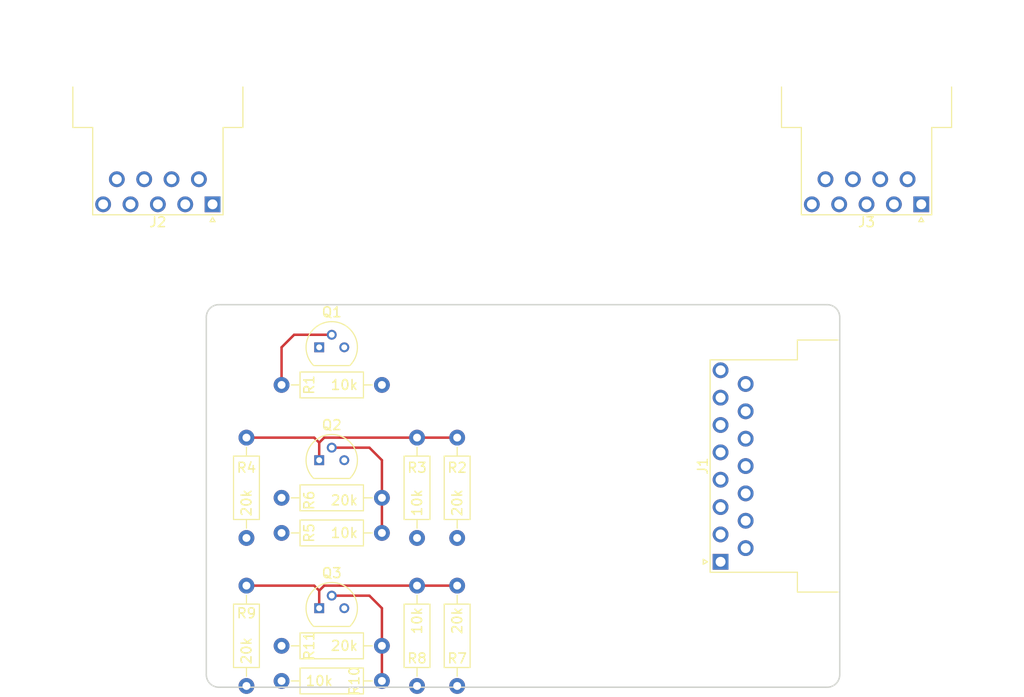
<source format=kicad_pcb>
(kicad_pcb (version 4) (host pcbnew 4.0.7)

  (general
    (links 29)
    (no_connects 18)
    (area 93.904999 92.634999 158.190001 131.520001)
    (thickness 1.6)
    (drawings 8)
    (tracks 23)
    (zones 0)
    (modules 17)
    (nets 14)
  )

  (page A4)
  (layers
    (0 F.Cu signal)
    (31 B.Cu signal)
    (32 B.Adhes user)
    (33 F.Adhes user)
    (34 B.Paste user)
    (35 F.Paste user)
    (36 B.SilkS user)
    (37 F.SilkS user)
    (38 B.Mask user)
    (39 F.Mask user)
    (40 Dwgs.User user)
    (41 Cmts.User user)
    (42 Eco1.User user)
    (43 Eco2.User user)
    (44 Edge.Cuts user)
    (45 Margin user)
    (46 B.CrtYd user)
    (47 F.CrtYd user)
    (48 B.Fab user)
    (49 F.Fab user)
  )

  (setup
    (last_trace_width 0.25)
    (trace_clearance 0.2)
    (zone_clearance 0.508)
    (zone_45_only no)
    (trace_min 0.2)
    (segment_width 0.2)
    (edge_width 0.15)
    (via_size 0.6)
    (via_drill 0.4)
    (via_min_size 0.4)
    (via_min_drill 0.3)
    (uvia_size 0.3)
    (uvia_drill 0.1)
    (uvias_allowed no)
    (uvia_min_size 0.2)
    (uvia_min_drill 0.1)
    (pcb_text_width 0.3)
    (pcb_text_size 1.5 1.5)
    (mod_edge_width 0.15)
    (mod_text_size 1 1)
    (mod_text_width 0.15)
    (pad_size 1.524 1.524)
    (pad_drill 0.762)
    (pad_to_mask_clearance 0.2)
    (aux_axis_origin 0 0)
    (visible_elements 7FFFFFFF)
    (pcbplotparams
      (layerselection 0x00030_80000001)
      (usegerberextensions false)
      (excludeedgelayer true)
      (linewidth 0.100000)
      (plotframeref false)
      (viasonmask false)
      (mode 1)
      (useauxorigin false)
      (hpglpennumber 1)
      (hpglpenspeed 20)
      (hpglpendiameter 15)
      (hpglpenoverlay 2)
      (psnegative false)
      (psa4output false)
      (plotreference true)
      (plotvalue true)
      (plotinvisibletext false)
      (padsonsilk false)
      (subtractmaskfromsilk false)
      (outputformat 1)
      (mirror false)
      (drillshape 1)
      (scaleselection 1)
      (outputdirectory ""))
  )

  (net 0 "")
  (net 1 A_UP)
  (net 2 GNDA)
  (net 3 B_PB0)
  (net 4 A_LEFT)
  (net 5 A_DOWN)
  (net 6 A_RIGHT)
  (net 7 A_FIRE)
  (net 8 "Net-(Q1-Pad2)")
  (net 9 "Net-(Q2-Pad2)")
  (net 10 "Net-(Q2-Pad1)")
  (net 11 "Net-(Q3-Pad2)")
  (net 12 "Net-(Q3-Pad1)")
  (net 13 VREF)

  (net_class Default "This is the default net class."
    (clearance 0.2)
    (trace_width 0.25)
    (via_dia 0.6)
    (via_drill 0.4)
    (uvia_dia 0.3)
    (uvia_drill 0.1)
    (add_net A_DOWN)
    (add_net A_FIRE)
    (add_net A_LEFT)
    (add_net A_RIGHT)
    (add_net A_UP)
    (add_net B_PB0)
    (add_net GNDA)
    (add_net "Net-(Q1-Pad2)")
    (add_net "Net-(Q2-Pad1)")
    (add_net "Net-(Q2-Pad2)")
    (add_net "Net-(Q3-Pad1)")
    (add_net "Net-(Q3-Pad2)")
    (add_net VREF)
  )

  (module Connectors_DSub:DSUB-9_Male_Horizontal_Pitch2.77x2.54mm_EdgePinOffset9.40mm (layer F.Cu) (tedit 59F2C3AC) (tstamp 5BAAA703)
    (at 166.37 82.55 180)
    (descr "9-pin D-Sub connector, horizontal/angled (90 deg), THT-mount, male, pitch 2.77x2.54mm, pin-PCB-offset 9.4mm, see http://docs-europe.electrocomponents.com/webdocs/1585/0900766b81585df2.pdf")
    (tags "9-pin D-Sub connector horizontal angled 90deg THT male pitch 2.77x2.54mm pin-PCB-offset 9.4mm")
    (path /5BA8AC52)
    (fp_text reference J3 (at 5.54 -1.8 180) (layer F.SilkS)
      (effects (font (size 1 1) (thickness 0.15)))
    )
    (fp_text value "Atari #2" (at 5.54 19.84 180) (layer F.Fab)
      (effects (font (size 1 1) (thickness 0.15)))
    )
    (fp_line (start -0.1 0) (end -0.1 7.84) (layer F.Fab) (width 0.1))
    (fp_line (start 0 0) (end 0 7.84) (layer F.Fab) (width 0.1))
    (fp_line (start 0.1 0) (end 0.1 7.84) (layer F.Fab) (width 0.1))
    (fp_line (start 2.67 0) (end 2.67 7.84) (layer F.Fab) (width 0.1))
    (fp_line (start 2.77 0) (end 2.77 7.84) (layer F.Fab) (width 0.1))
    (fp_line (start 2.87 0) (end 2.87 7.84) (layer F.Fab) (width 0.1))
    (fp_line (start 5.44 0) (end 5.44 7.84) (layer F.Fab) (width 0.1))
    (fp_line (start 5.54 0) (end 5.54 7.84) (layer F.Fab) (width 0.1))
    (fp_line (start 5.64 0) (end 5.64 7.84) (layer F.Fab) (width 0.1))
    (fp_line (start 8.21 0) (end 8.21 7.84) (layer F.Fab) (width 0.1))
    (fp_line (start 8.31 0) (end 8.31 7.84) (layer F.Fab) (width 0.1))
    (fp_line (start 8.41 0) (end 8.41 7.84) (layer F.Fab) (width 0.1))
    (fp_line (start 10.98 0) (end 10.98 7.84) (layer F.Fab) (width 0.1))
    (fp_line (start 11.08 0) (end 11.08 7.84) (layer F.Fab) (width 0.1))
    (fp_line (start 11.18 0) (end 11.18 7.84) (layer F.Fab) (width 0.1))
    (fp_line (start 1.285 2.54) (end 1.285 7.84) (layer F.Fab) (width 0.1))
    (fp_line (start 1.385 2.54) (end 1.385 7.84) (layer F.Fab) (width 0.1))
    (fp_line (start 1.485 2.54) (end 1.485 7.84) (layer F.Fab) (width 0.1))
    (fp_line (start 4.055 2.54) (end 4.055 7.84) (layer F.Fab) (width 0.1))
    (fp_line (start 4.155 2.54) (end 4.155 7.84) (layer F.Fab) (width 0.1))
    (fp_line (start 4.255 2.54) (end 4.255 7.84) (layer F.Fab) (width 0.1))
    (fp_line (start 6.825 2.54) (end 6.825 7.84) (layer F.Fab) (width 0.1))
    (fp_line (start 6.925 2.54) (end 6.925 7.84) (layer F.Fab) (width 0.1))
    (fp_line (start 7.025 2.54) (end 7.025 7.84) (layer F.Fab) (width 0.1))
    (fp_line (start 9.595 2.54) (end 9.595 7.84) (layer F.Fab) (width 0.1))
    (fp_line (start 9.695 2.54) (end 9.695 7.84) (layer F.Fab) (width 0.1))
    (fp_line (start 9.795 2.54) (end 9.795 7.84) (layer F.Fab) (width 0.1))
    (fp_line (start -3.01 7.84) (end -3.01 11.94) (layer F.Fab) (width 0.1))
    (fp_line (start -3.01 11.94) (end 14.09 11.94) (layer F.Fab) (width 0.1))
    (fp_line (start 14.09 11.94) (end 14.09 7.84) (layer F.Fab) (width 0.1))
    (fp_line (start 14.09 7.84) (end -3.01 7.84) (layer F.Fab) (width 0.1))
    (fp_line (start -9.885 11.94) (end -9.885 12.34) (layer F.Fab) (width 0.1))
    (fp_line (start -9.885 12.34) (end 20.965 12.34) (layer F.Fab) (width 0.1))
    (fp_line (start 20.965 12.34) (end 20.965 11.94) (layer F.Fab) (width 0.1))
    (fp_line (start 20.965 11.94) (end -9.885 11.94) (layer F.Fab) (width 0.1))
    (fp_line (start -2.61 12.34) (end -2.61 18.34) (layer F.Fab) (width 0.1))
    (fp_line (start -2.61 18.34) (end 13.69 18.34) (layer F.Fab) (width 0.1))
    (fp_line (start 13.69 18.34) (end 13.69 12.34) (layer F.Fab) (width 0.1))
    (fp_line (start 13.69 12.34) (end -2.61 12.34) (layer F.Fab) (width 0.1))
    (fp_line (start -3.07 11.88) (end -3.07 7.78) (layer F.SilkS) (width 0.12))
    (fp_line (start -3.07 7.78) (end -1.06 7.78) (layer F.SilkS) (width 0.12))
    (fp_line (start -1.06 7.78) (end -1.06 -1.06) (layer F.SilkS) (width 0.12))
    (fp_line (start -1.06 -1.06) (end 12.14 -1.06) (layer F.SilkS) (width 0.12))
    (fp_line (start 12.14 -1.06) (end 12.14 7.78) (layer F.SilkS) (width 0.12))
    (fp_line (start 12.14 7.78) (end 14.15 7.78) (layer F.SilkS) (width 0.12))
    (fp_line (start 14.15 7.78) (end 14.15 11.88) (layer F.SilkS) (width 0.12))
    (fp_line (start -0.25 -1.754338) (end 0.25 -1.754338) (layer F.SilkS) (width 0.12))
    (fp_line (start 0.25 -1.754338) (end 0 -1.321325) (layer F.SilkS) (width 0.12))
    (fp_line (start 0 -1.321325) (end -0.25 -1.754338) (layer F.SilkS) (width 0.12))
    (fp_line (start -3.15 18.85) (end -3.15 12.85) (layer F.CrtYd) (width 0.05))
    (fp_line (start -3.15 12.85) (end -10.4 12.85) (layer F.CrtYd) (width 0.05))
    (fp_line (start -10.4 12.85) (end -10.4 11.45) (layer F.CrtYd) (width 0.05))
    (fp_line (start -10.4 11.45) (end -3.55 11.45) (layer F.CrtYd) (width 0.05))
    (fp_line (start -3.55 11.45) (end -3.55 7.35) (layer F.CrtYd) (width 0.05))
    (fp_line (start -3.55 7.35) (end -1.3 7.35) (layer F.CrtYd) (width 0.05))
    (fp_line (start -1.3 7.35) (end -1.3 -1.35) (layer F.CrtYd) (width 0.05))
    (fp_line (start -1.3 -1.35) (end 12.4 -1.35) (layer F.CrtYd) (width 0.05))
    (fp_line (start 12.4 -1.35) (end 12.4 7.35) (layer F.CrtYd) (width 0.05))
    (fp_line (start 12.4 7.35) (end 14.6 7.35) (layer F.CrtYd) (width 0.05))
    (fp_line (start 14.6 7.35) (end 14.6 11.45) (layer F.CrtYd) (width 0.05))
    (fp_line (start 14.6 11.45) (end 21.5 11.45) (layer F.CrtYd) (width 0.05))
    (fp_line (start 21.5 11.45) (end 21.5 12.85) (layer F.CrtYd) (width 0.05))
    (fp_line (start 21.5 12.85) (end 14.2 12.85) (layer F.CrtYd) (width 0.05))
    (fp_line (start 14.2 12.85) (end 14.2 18.85) (layer F.CrtYd) (width 0.05))
    (fp_line (start 14.2 18.85) (end -3.15 18.85) (layer F.CrtYd) (width 0.05))
    (fp_text user %R (at 5.54 15.34 180) (layer F.Fab)
      (effects (font (size 1 1) (thickness 0.15)))
    )
    (pad 1 thru_hole rect (at 0 0 180) (size 1.6 1.6) (drill 1) (layers *.Cu *.Mask))
    (pad 2 thru_hole circle (at 2.77 0 180) (size 1.6 1.6) (drill 1) (layers *.Cu *.Mask))
    (pad 3 thru_hole circle (at 5.54 0 180) (size 1.6 1.6) (drill 1) (layers *.Cu *.Mask))
    (pad 4 thru_hole circle (at 8.31 0 180) (size 1.6 1.6) (drill 1) (layers *.Cu *.Mask))
    (pad 5 thru_hole circle (at 11.08 0 180) (size 1.6 1.6) (drill 1) (layers *.Cu *.Mask))
    (pad 6 thru_hole circle (at 1.385 2.54 180) (size 1.6 1.6) (drill 1) (layers *.Cu *.Mask))
    (pad 7 thru_hole circle (at 4.155 2.54 180) (size 1.6 1.6) (drill 1) (layers *.Cu *.Mask))
    (pad 8 thru_hole circle (at 6.925 2.54 180) (size 1.6 1.6) (drill 1) (layers *.Cu *.Mask))
    (pad 9 thru_hole circle (at 9.695 2.54 180) (size 1.6 1.6) (drill 1) (layers *.Cu *.Mask))
    (model ${KISYS3DMOD}/Connectors_DSub.3dshapes/DSUB-9_Male_Horizontal_Pitch2.77x2.54mm_EdgePinOffset9.40mm.wrl
      (at (xyz 0 0 0))
      (scale (xyz 1 1 1))
      (rotate (xyz 0 0 0))
    )
  )

  (module Connectors_DSub:DSUB-15_Male_Horizontal_Pitch2.77x2.54mm_EdgePinOffset9.40mm (layer F.Cu) (tedit 59F2C3AC) (tstamp 5BAAA6E9)
    (at 146.05 118.745 90)
    (descr "15-pin D-Sub connector, horizontal/angled (90 deg), THT-mount, male, pitch 2.77x2.54mm, pin-PCB-offset 9.4mm, see http://docs-europe.electrocomponents.com/webdocs/1585/0900766b81585df2.pdf")
    (tags "15-pin D-Sub connector horizontal angled 90deg THT male pitch 2.77x2.54mm pin-PCB-offset 9.4mm")
    (path /5BA7D7CB)
    (fp_text reference J1 (at 9.695 -1.8 90) (layer F.SilkS)
      (effects (font (size 1 1) (thickness 0.15)))
    )
    (fp_text value "BBC Micro" (at 9.695 19.84 90) (layer F.Fab)
      (effects (font (size 1 1) (thickness 0.15)))
    )
    (fp_line (start -0.1 0) (end -0.1 7.84) (layer F.Fab) (width 0.1))
    (fp_line (start 0 0) (end 0 7.84) (layer F.Fab) (width 0.1))
    (fp_line (start 0.1 0) (end 0.1 7.84) (layer F.Fab) (width 0.1))
    (fp_line (start 2.67 0) (end 2.67 7.84) (layer F.Fab) (width 0.1))
    (fp_line (start 2.77 0) (end 2.77 7.84) (layer F.Fab) (width 0.1))
    (fp_line (start 2.87 0) (end 2.87 7.84) (layer F.Fab) (width 0.1))
    (fp_line (start 5.44 0) (end 5.44 7.84) (layer F.Fab) (width 0.1))
    (fp_line (start 5.54 0) (end 5.54 7.84) (layer F.Fab) (width 0.1))
    (fp_line (start 5.64 0) (end 5.64 7.84) (layer F.Fab) (width 0.1))
    (fp_line (start 8.21 0) (end 8.21 7.84) (layer F.Fab) (width 0.1))
    (fp_line (start 8.31 0) (end 8.31 7.84) (layer F.Fab) (width 0.1))
    (fp_line (start 8.41 0) (end 8.41 7.84) (layer F.Fab) (width 0.1))
    (fp_line (start 10.98 0) (end 10.98 7.84) (layer F.Fab) (width 0.1))
    (fp_line (start 11.08 0) (end 11.08 7.84) (layer F.Fab) (width 0.1))
    (fp_line (start 11.18 0) (end 11.18 7.84) (layer F.Fab) (width 0.1))
    (fp_line (start 13.75 0) (end 13.75 7.84) (layer F.Fab) (width 0.1))
    (fp_line (start 13.85 0) (end 13.85 7.84) (layer F.Fab) (width 0.1))
    (fp_line (start 13.95 0) (end 13.95 7.84) (layer F.Fab) (width 0.1))
    (fp_line (start 16.52 0) (end 16.52 7.84) (layer F.Fab) (width 0.1))
    (fp_line (start 16.62 0) (end 16.62 7.84) (layer F.Fab) (width 0.1))
    (fp_line (start 16.72 0) (end 16.72 7.84) (layer F.Fab) (width 0.1))
    (fp_line (start 19.29 0) (end 19.29 7.84) (layer F.Fab) (width 0.1))
    (fp_line (start 19.39 0) (end 19.39 7.84) (layer F.Fab) (width 0.1))
    (fp_line (start 19.49 0) (end 19.49 7.84) (layer F.Fab) (width 0.1))
    (fp_line (start 1.285 2.54) (end 1.285 7.84) (layer F.Fab) (width 0.1))
    (fp_line (start 1.385 2.54) (end 1.385 7.84) (layer F.Fab) (width 0.1))
    (fp_line (start 1.485 2.54) (end 1.485 7.84) (layer F.Fab) (width 0.1))
    (fp_line (start 4.055 2.54) (end 4.055 7.84) (layer F.Fab) (width 0.1))
    (fp_line (start 4.155 2.54) (end 4.155 7.84) (layer F.Fab) (width 0.1))
    (fp_line (start 4.255 2.54) (end 4.255 7.84) (layer F.Fab) (width 0.1))
    (fp_line (start 6.825 2.54) (end 6.825 7.84) (layer F.Fab) (width 0.1))
    (fp_line (start 6.925 2.54) (end 6.925 7.84) (layer F.Fab) (width 0.1))
    (fp_line (start 7.025 2.54) (end 7.025 7.84) (layer F.Fab) (width 0.1))
    (fp_line (start 9.595 2.54) (end 9.595 7.84) (layer F.Fab) (width 0.1))
    (fp_line (start 9.695 2.54) (end 9.695 7.84) (layer F.Fab) (width 0.1))
    (fp_line (start 9.795 2.54) (end 9.795 7.84) (layer F.Fab) (width 0.1))
    (fp_line (start 12.365 2.54) (end 12.365 7.84) (layer F.Fab) (width 0.1))
    (fp_line (start 12.465 2.54) (end 12.465 7.84) (layer F.Fab) (width 0.1))
    (fp_line (start 12.565 2.54) (end 12.565 7.84) (layer F.Fab) (width 0.1))
    (fp_line (start 15.135 2.54) (end 15.135 7.84) (layer F.Fab) (width 0.1))
    (fp_line (start 15.235 2.54) (end 15.235 7.84) (layer F.Fab) (width 0.1))
    (fp_line (start 15.335 2.54) (end 15.335 7.84) (layer F.Fab) (width 0.1))
    (fp_line (start 17.905 2.54) (end 17.905 7.84) (layer F.Fab) (width 0.1))
    (fp_line (start 18.005 2.54) (end 18.005 7.84) (layer F.Fab) (width 0.1))
    (fp_line (start 18.105 2.54) (end 18.105 7.84) (layer F.Fab) (width 0.1))
    (fp_line (start -3.005 7.84) (end -3.005 11.94) (layer F.Fab) (width 0.1))
    (fp_line (start -3.005 11.94) (end 22.395 11.94) (layer F.Fab) (width 0.1))
    (fp_line (start 22.395 11.94) (end 22.395 7.84) (layer F.Fab) (width 0.1))
    (fp_line (start 22.395 7.84) (end -3.005 7.84) (layer F.Fab) (width 0.1))
    (fp_line (start -9.905 11.94) (end -9.905 12.34) (layer F.Fab) (width 0.1))
    (fp_line (start -9.905 12.34) (end 29.295 12.34) (layer F.Fab) (width 0.1))
    (fp_line (start 29.295 12.34) (end 29.295 11.94) (layer F.Fab) (width 0.1))
    (fp_line (start 29.295 11.94) (end -9.905 11.94) (layer F.Fab) (width 0.1))
    (fp_line (start -2.605 12.34) (end -2.605 18.34) (layer F.Fab) (width 0.1))
    (fp_line (start -2.605 18.34) (end 21.995 18.34) (layer F.Fab) (width 0.1))
    (fp_line (start 21.995 18.34) (end 21.995 12.34) (layer F.Fab) (width 0.1))
    (fp_line (start 21.995 12.34) (end -2.605 12.34) (layer F.Fab) (width 0.1))
    (fp_line (start -3.065 11.88) (end -3.065 7.78) (layer F.SilkS) (width 0.12))
    (fp_line (start -3.065 7.78) (end -1.06 7.78) (layer F.SilkS) (width 0.12))
    (fp_line (start -1.06 7.78) (end -1.06 -1.06) (layer F.SilkS) (width 0.12))
    (fp_line (start -1.06 -1.06) (end 20.45 -1.06) (layer F.SilkS) (width 0.12))
    (fp_line (start 20.45 -1.06) (end 20.45 7.78) (layer F.SilkS) (width 0.12))
    (fp_line (start 20.45 7.78) (end 22.455 7.78) (layer F.SilkS) (width 0.12))
    (fp_line (start 22.455 7.78) (end 22.455 11.88) (layer F.SilkS) (width 0.12))
    (fp_line (start -0.25 -1.754338) (end 0.25 -1.754338) (layer F.SilkS) (width 0.12))
    (fp_line (start 0.25 -1.754338) (end 0 -1.321325) (layer F.SilkS) (width 0.12))
    (fp_line (start 0 -1.321325) (end -0.25 -1.754338) (layer F.SilkS) (width 0.12))
    (fp_line (start -3.15 18.85) (end -3.15 12.85) (layer F.CrtYd) (width 0.05))
    (fp_line (start -3.15 12.85) (end -10.45 12.85) (layer F.CrtYd) (width 0.05))
    (fp_line (start -10.45 12.85) (end -10.45 11.45) (layer F.CrtYd) (width 0.05))
    (fp_line (start -10.45 11.45) (end -3.55 11.45) (layer F.CrtYd) (width 0.05))
    (fp_line (start -3.55 11.45) (end -3.55 7.35) (layer F.CrtYd) (width 0.05))
    (fp_line (start -3.55 7.35) (end -1.3 7.35) (layer F.CrtYd) (width 0.05))
    (fp_line (start -1.3 7.35) (end -1.3 -1.35) (layer F.CrtYd) (width 0.05))
    (fp_line (start -1.3 -1.35) (end 20.7 -1.35) (layer F.CrtYd) (width 0.05))
    (fp_line (start 20.7 -1.35) (end 20.7 7.35) (layer F.CrtYd) (width 0.05))
    (fp_line (start 20.7 7.35) (end 22.9 7.35) (layer F.CrtYd) (width 0.05))
    (fp_line (start 22.9 7.35) (end 22.9 11.45) (layer F.CrtYd) (width 0.05))
    (fp_line (start 22.9 11.45) (end 29.8 11.45) (layer F.CrtYd) (width 0.05))
    (fp_line (start 29.8 11.45) (end 29.8 12.85) (layer F.CrtYd) (width 0.05))
    (fp_line (start 29.8 12.85) (end 22.5 12.85) (layer F.CrtYd) (width 0.05))
    (fp_line (start 22.5 12.85) (end 22.5 18.85) (layer F.CrtYd) (width 0.05))
    (fp_line (start 22.5 18.85) (end -3.15 18.85) (layer F.CrtYd) (width 0.05))
    (fp_text user %R (at 9.695 15.34 90) (layer F.Fab)
      (effects (font (size 1 1) (thickness 0.15)))
    )
    (pad 1 thru_hole rect (at 0 0 90) (size 1.6 1.6) (drill 1) (layers *.Cu *.Mask))
    (pad 2 thru_hole circle (at 2.77 0 90) (size 1.6 1.6) (drill 1) (layers *.Cu *.Mask))
    (pad 3 thru_hole circle (at 5.54 0 90) (size 1.6 1.6) (drill 1) (layers *.Cu *.Mask))
    (pad 4 thru_hole circle (at 8.31 0 90) (size 1.6 1.6) (drill 1) (layers *.Cu *.Mask))
    (pad 5 thru_hole circle (at 11.08 0 90) (size 1.6 1.6) (drill 1) (layers *.Cu *.Mask))
    (pad 6 thru_hole circle (at 13.85 0 90) (size 1.6 1.6) (drill 1) (layers *.Cu *.Mask))
    (pad 7 thru_hole circle (at 16.62 0 90) (size 1.6 1.6) (drill 1) (layers *.Cu *.Mask)
      (net 1 A_UP))
    (pad 8 thru_hole circle (at 19.39 0 90) (size 1.6 1.6) (drill 1) (layers *.Cu *.Mask)
      (net 2 GNDA))
    (pad 9 thru_hole circle (at 1.385 2.54 90) (size 1.6 1.6) (drill 1) (layers *.Cu *.Mask))
    (pad 10 thru_hole circle (at 4.155 2.54 90) (size 1.6 1.6) (drill 1) (layers *.Cu *.Mask))
    (pad 11 thru_hole circle (at 6.925 2.54 90) (size 1.6 1.6) (drill 1) (layers *.Cu *.Mask)
      (net 13 VREF))
    (pad 12 thru_hole circle (at 9.695 2.54 90) (size 1.6 1.6) (drill 1) (layers *.Cu *.Mask))
    (pad 13 thru_hole circle (at 12.465 2.54 90) (size 1.6 1.6) (drill 1) (layers *.Cu *.Mask)
      (net 3 B_PB0))
    (pad 14 thru_hole circle (at 15.235 2.54 90) (size 1.6 1.6) (drill 1) (layers *.Cu *.Mask))
    (pad 15 thru_hole circle (at 18.005 2.54 90) (size 1.6 1.6) (drill 1) (layers *.Cu *.Mask)
      (net 4 A_LEFT))
    (model ${KISYS3DMOD}/Connectors_DSub.3dshapes/DSUB-15_Male_Horizontal_Pitch2.77x2.54mm_EdgePinOffset9.40mm.wrl
      (at (xyz 0 0 0))
      (scale (xyz 1 1 1))
      (rotate (xyz 0 0 0))
    )
  )

  (module Connectors_DSub:DSUB-9_Male_Horizontal_Pitch2.77x2.54mm_EdgePinOffset9.40mm (layer F.Cu) (tedit 59F2C3AC) (tstamp 5BAAA6F6)
    (at 94.615 82.55 180)
    (descr "9-pin D-Sub connector, horizontal/angled (90 deg), THT-mount, male, pitch 2.77x2.54mm, pin-PCB-offset 9.4mm, see http://docs-europe.electrocomponents.com/webdocs/1585/0900766b81585df2.pdf")
    (tags "9-pin D-Sub connector horizontal angled 90deg THT male pitch 2.77x2.54mm pin-PCB-offset 9.4mm")
    (path /5BA7D7F8)
    (fp_text reference J2 (at 5.54 -1.8 180) (layer F.SilkS)
      (effects (font (size 1 1) (thickness 0.15)))
    )
    (fp_text value "Atari #1" (at 5.54 19.84 180) (layer F.Fab)
      (effects (font (size 1 1) (thickness 0.15)))
    )
    (fp_line (start -0.1 0) (end -0.1 7.84) (layer F.Fab) (width 0.1))
    (fp_line (start 0 0) (end 0 7.84) (layer F.Fab) (width 0.1))
    (fp_line (start 0.1 0) (end 0.1 7.84) (layer F.Fab) (width 0.1))
    (fp_line (start 2.67 0) (end 2.67 7.84) (layer F.Fab) (width 0.1))
    (fp_line (start 2.77 0) (end 2.77 7.84) (layer F.Fab) (width 0.1))
    (fp_line (start 2.87 0) (end 2.87 7.84) (layer F.Fab) (width 0.1))
    (fp_line (start 5.44 0) (end 5.44 7.84) (layer F.Fab) (width 0.1))
    (fp_line (start 5.54 0) (end 5.54 7.84) (layer F.Fab) (width 0.1))
    (fp_line (start 5.64 0) (end 5.64 7.84) (layer F.Fab) (width 0.1))
    (fp_line (start 8.21 0) (end 8.21 7.84) (layer F.Fab) (width 0.1))
    (fp_line (start 8.31 0) (end 8.31 7.84) (layer F.Fab) (width 0.1))
    (fp_line (start 8.41 0) (end 8.41 7.84) (layer F.Fab) (width 0.1))
    (fp_line (start 10.98 0) (end 10.98 7.84) (layer F.Fab) (width 0.1))
    (fp_line (start 11.08 0) (end 11.08 7.84) (layer F.Fab) (width 0.1))
    (fp_line (start 11.18 0) (end 11.18 7.84) (layer F.Fab) (width 0.1))
    (fp_line (start 1.285 2.54) (end 1.285 7.84) (layer F.Fab) (width 0.1))
    (fp_line (start 1.385 2.54) (end 1.385 7.84) (layer F.Fab) (width 0.1))
    (fp_line (start 1.485 2.54) (end 1.485 7.84) (layer F.Fab) (width 0.1))
    (fp_line (start 4.055 2.54) (end 4.055 7.84) (layer F.Fab) (width 0.1))
    (fp_line (start 4.155 2.54) (end 4.155 7.84) (layer F.Fab) (width 0.1))
    (fp_line (start 4.255 2.54) (end 4.255 7.84) (layer F.Fab) (width 0.1))
    (fp_line (start 6.825 2.54) (end 6.825 7.84) (layer F.Fab) (width 0.1))
    (fp_line (start 6.925 2.54) (end 6.925 7.84) (layer F.Fab) (width 0.1))
    (fp_line (start 7.025 2.54) (end 7.025 7.84) (layer F.Fab) (width 0.1))
    (fp_line (start 9.595 2.54) (end 9.595 7.84) (layer F.Fab) (width 0.1))
    (fp_line (start 9.695 2.54) (end 9.695 7.84) (layer F.Fab) (width 0.1))
    (fp_line (start 9.795 2.54) (end 9.795 7.84) (layer F.Fab) (width 0.1))
    (fp_line (start -3.01 7.84) (end -3.01 11.94) (layer F.Fab) (width 0.1))
    (fp_line (start -3.01 11.94) (end 14.09 11.94) (layer F.Fab) (width 0.1))
    (fp_line (start 14.09 11.94) (end 14.09 7.84) (layer F.Fab) (width 0.1))
    (fp_line (start 14.09 7.84) (end -3.01 7.84) (layer F.Fab) (width 0.1))
    (fp_line (start -9.885 11.94) (end -9.885 12.34) (layer F.Fab) (width 0.1))
    (fp_line (start -9.885 12.34) (end 20.965 12.34) (layer F.Fab) (width 0.1))
    (fp_line (start 20.965 12.34) (end 20.965 11.94) (layer F.Fab) (width 0.1))
    (fp_line (start 20.965 11.94) (end -9.885 11.94) (layer F.Fab) (width 0.1))
    (fp_line (start -2.61 12.34) (end -2.61 18.34) (layer F.Fab) (width 0.1))
    (fp_line (start -2.61 18.34) (end 13.69 18.34) (layer F.Fab) (width 0.1))
    (fp_line (start 13.69 18.34) (end 13.69 12.34) (layer F.Fab) (width 0.1))
    (fp_line (start 13.69 12.34) (end -2.61 12.34) (layer F.Fab) (width 0.1))
    (fp_line (start -3.07 11.88) (end -3.07 7.78) (layer F.SilkS) (width 0.12))
    (fp_line (start -3.07 7.78) (end -1.06 7.78) (layer F.SilkS) (width 0.12))
    (fp_line (start -1.06 7.78) (end -1.06 -1.06) (layer F.SilkS) (width 0.12))
    (fp_line (start -1.06 -1.06) (end 12.14 -1.06) (layer F.SilkS) (width 0.12))
    (fp_line (start 12.14 -1.06) (end 12.14 7.78) (layer F.SilkS) (width 0.12))
    (fp_line (start 12.14 7.78) (end 14.15 7.78) (layer F.SilkS) (width 0.12))
    (fp_line (start 14.15 7.78) (end 14.15 11.88) (layer F.SilkS) (width 0.12))
    (fp_line (start -0.25 -1.754338) (end 0.25 -1.754338) (layer F.SilkS) (width 0.12))
    (fp_line (start 0.25 -1.754338) (end 0 -1.321325) (layer F.SilkS) (width 0.12))
    (fp_line (start 0 -1.321325) (end -0.25 -1.754338) (layer F.SilkS) (width 0.12))
    (fp_line (start -3.15 18.85) (end -3.15 12.85) (layer F.CrtYd) (width 0.05))
    (fp_line (start -3.15 12.85) (end -10.4 12.85) (layer F.CrtYd) (width 0.05))
    (fp_line (start -10.4 12.85) (end -10.4 11.45) (layer F.CrtYd) (width 0.05))
    (fp_line (start -10.4 11.45) (end -3.55 11.45) (layer F.CrtYd) (width 0.05))
    (fp_line (start -3.55 11.45) (end -3.55 7.35) (layer F.CrtYd) (width 0.05))
    (fp_line (start -3.55 7.35) (end -1.3 7.35) (layer F.CrtYd) (width 0.05))
    (fp_line (start -1.3 7.35) (end -1.3 -1.35) (layer F.CrtYd) (width 0.05))
    (fp_line (start -1.3 -1.35) (end 12.4 -1.35) (layer F.CrtYd) (width 0.05))
    (fp_line (start 12.4 -1.35) (end 12.4 7.35) (layer F.CrtYd) (width 0.05))
    (fp_line (start 12.4 7.35) (end 14.6 7.35) (layer F.CrtYd) (width 0.05))
    (fp_line (start 14.6 7.35) (end 14.6 11.45) (layer F.CrtYd) (width 0.05))
    (fp_line (start 14.6 11.45) (end 21.5 11.45) (layer F.CrtYd) (width 0.05))
    (fp_line (start 21.5 11.45) (end 21.5 12.85) (layer F.CrtYd) (width 0.05))
    (fp_line (start 21.5 12.85) (end 14.2 12.85) (layer F.CrtYd) (width 0.05))
    (fp_line (start 14.2 12.85) (end 14.2 18.85) (layer F.CrtYd) (width 0.05))
    (fp_line (start 14.2 18.85) (end -3.15 18.85) (layer F.CrtYd) (width 0.05))
    (fp_text user %R (at 5.54 15.34 180) (layer F.Fab)
      (effects (font (size 1 1) (thickness 0.15)))
    )
    (pad 1 thru_hole rect (at 0 0 180) (size 1.6 1.6) (drill 1) (layers *.Cu *.Mask)
      (net 1 A_UP))
    (pad 2 thru_hole circle (at 2.77 0 180) (size 1.6 1.6) (drill 1) (layers *.Cu *.Mask)
      (net 5 A_DOWN))
    (pad 3 thru_hole circle (at 5.54 0 180) (size 1.6 1.6) (drill 1) (layers *.Cu *.Mask)
      (net 4 A_LEFT))
    (pad 4 thru_hole circle (at 8.31 0 180) (size 1.6 1.6) (drill 1) (layers *.Cu *.Mask)
      (net 6 A_RIGHT))
    (pad 5 thru_hole circle (at 11.08 0 180) (size 1.6 1.6) (drill 1) (layers *.Cu *.Mask))
    (pad 6 thru_hole circle (at 1.385 2.54 180) (size 1.6 1.6) (drill 1) (layers *.Cu *.Mask)
      (net 7 A_FIRE))
    (pad 7 thru_hole circle (at 4.155 2.54 180) (size 1.6 1.6) (drill 1) (layers *.Cu *.Mask))
    (pad 8 thru_hole circle (at 6.925 2.54 180) (size 1.6 1.6) (drill 1) (layers *.Cu *.Mask)
      (net 13 VREF))
    (pad 9 thru_hole circle (at 9.695 2.54 180) (size 1.6 1.6) (drill 1) (layers *.Cu *.Mask))
    (model ${KISYS3DMOD}/Connectors_DSub.3dshapes/DSUB-9_Male_Horizontal_Pitch2.77x2.54mm_EdgePinOffset9.40mm.wrl
      (at (xyz 0 0 0))
      (scale (xyz 1 1 1))
      (rotate (xyz 0 0 0))
    )
  )

  (module TO_SOT_Packages_THT:TO-92_Molded_Narrow (layer F.Cu) (tedit 5BAAAD7D) (tstamp 5BAAA70A)
    (at 105.41 97.028)
    (descr "TO-92 leads molded, narrow, drill 0.6mm (see NXP sot054_po.pdf)")
    (tags "to-92 sc-43 sc-43a sot54 PA33 transistor")
    (path /5BA7E95A)
    (fp_text reference Q1 (at 1.27 -3.56) (layer F.SilkS)
      (effects (font (size 1 1) (thickness 0.15)))
    )
    (fp_text value BC337 (at -2.54 -0.508 90) (layer F.Fab)
      (effects (font (size 1 1) (thickness 0.15)))
    )
    (fp_text user %R (at 1.27 -3.56) (layer F.Fab)
      (effects (font (size 1 1) (thickness 0.15)))
    )
    (fp_line (start -0.53 1.85) (end 3.07 1.85) (layer F.SilkS) (width 0.12))
    (fp_line (start -0.5 1.75) (end 3 1.75) (layer F.Fab) (width 0.1))
    (fp_line (start -1.46 -2.73) (end 4 -2.73) (layer F.CrtYd) (width 0.05))
    (fp_line (start -1.46 -2.73) (end -1.46 2.01) (layer F.CrtYd) (width 0.05))
    (fp_line (start 4 2.01) (end 4 -2.73) (layer F.CrtYd) (width 0.05))
    (fp_line (start 4 2.01) (end -1.46 2.01) (layer F.CrtYd) (width 0.05))
    (fp_arc (start 1.27 0) (end 1.27 -2.48) (angle 135) (layer F.Fab) (width 0.1))
    (fp_arc (start 1.27 0) (end 1.27 -2.6) (angle -135) (layer F.SilkS) (width 0.12))
    (fp_arc (start 1.27 0) (end 1.27 -2.48) (angle -135) (layer F.Fab) (width 0.1))
    (fp_arc (start 1.27 0) (end 1.27 -2.6) (angle 135) (layer F.SilkS) (width 0.12))
    (pad 2 thru_hole circle (at 1.27 -1.27 90) (size 1 1) (drill 0.6) (layers *.Cu *.Mask)
      (net 8 "Net-(Q1-Pad2)"))
    (pad 3 thru_hole circle (at 2.54 0 90) (size 1 1) (drill 0.6) (layers *.Cu *.Mask)
      (net 2 GNDA))
    (pad 1 thru_hole rect (at 0 0 90) (size 1 1) (drill 0.6) (layers *.Cu *.Mask)
      (net 3 B_PB0))
    (model ${KISYS3DMOD}/TO_SOT_Packages_THT.3dshapes/TO-92_Molded_Narrow.wrl
      (at (xyz 0.05 0 0))
      (scale (xyz 1 1 1))
      (rotate (xyz 0 0 -90))
    )
  )

  (module TO_SOT_Packages_THT:TO-92_Molded_Narrow (layer F.Cu) (tedit 5BAAA924) (tstamp 5BAAA711)
    (at 105.41 108.458)
    (descr "TO-92 leads molded, narrow, drill 0.6mm (see NXP sot054_po.pdf)")
    (tags "to-92 sc-43 sc-43a sot54 PA33 transistor")
    (path /5BA7F1A1)
    (fp_text reference Q2 (at 1.27 -3.56) (layer F.SilkS)
      (effects (font (size 1 1) (thickness 0.15)))
    )
    (fp_text value BC337 (at -2.54 -0.508 90) (layer F.Fab)
      (effects (font (size 1 1) (thickness 0.15)))
    )
    (fp_text user %R (at 1.27 -3.56) (layer F.Fab)
      (effects (font (size 1 1) (thickness 0.15)))
    )
    (fp_line (start -0.53 1.85) (end 3.07 1.85) (layer F.SilkS) (width 0.12))
    (fp_line (start -0.5 1.75) (end 3 1.75) (layer F.Fab) (width 0.1))
    (fp_line (start -1.46 -2.73) (end 4 -2.73) (layer F.CrtYd) (width 0.05))
    (fp_line (start -1.46 -2.73) (end -1.46 2.01) (layer F.CrtYd) (width 0.05))
    (fp_line (start 4 2.01) (end 4 -2.73) (layer F.CrtYd) (width 0.05))
    (fp_line (start 4 2.01) (end -1.46 2.01) (layer F.CrtYd) (width 0.05))
    (fp_arc (start 1.27 0) (end 1.27 -2.48) (angle 135) (layer F.Fab) (width 0.1))
    (fp_arc (start 1.27 0) (end 1.27 -2.6) (angle -135) (layer F.SilkS) (width 0.12))
    (fp_arc (start 1.27 0) (end 1.27 -2.48) (angle -135) (layer F.Fab) (width 0.1))
    (fp_arc (start 1.27 0) (end 1.27 -2.6) (angle 135) (layer F.SilkS) (width 0.12))
    (pad 2 thru_hole circle (at 1.27 -1.27 90) (size 1 1) (drill 0.6) (layers *.Cu *.Mask)
      (net 9 "Net-(Q2-Pad2)"))
    (pad 3 thru_hole circle (at 2.54 0 90) (size 1 1) (drill 0.6) (layers *.Cu *.Mask)
      (net 2 GNDA))
    (pad 1 thru_hole rect (at 0 0 90) (size 1 1) (drill 0.6) (layers *.Cu *.Mask)
      (net 10 "Net-(Q2-Pad1)"))
    (model ${KISYS3DMOD}/TO_SOT_Packages_THT.3dshapes/TO-92_Molded_Narrow.wrl
      (at (xyz 0.05 0 0))
      (scale (xyz 1 1 1))
      (rotate (xyz 0 0 -90))
    )
  )

  (module TO_SOT_Packages_THT:TO-92_Molded_Narrow (layer F.Cu) (tedit 5BAAA9BF) (tstamp 5BAAA718)
    (at 105.41 123.444)
    (descr "TO-92 leads molded, narrow, drill 0.6mm (see NXP sot054_po.pdf)")
    (tags "to-92 sc-43 sc-43a sot54 PA33 transistor")
    (path /5BA80A9A)
    (fp_text reference Q3 (at 1.27 -3.56) (layer F.SilkS)
      (effects (font (size 1 1) (thickness 0.15)))
    )
    (fp_text value BC337 (at -2.54 -0.508 90) (layer F.Fab)
      (effects (font (size 1 1) (thickness 0.15)))
    )
    (fp_text user %R (at 1.27 -3.56) (layer F.Fab)
      (effects (font (size 1 1) (thickness 0.15)))
    )
    (fp_line (start -0.53 1.85) (end 3.07 1.85) (layer F.SilkS) (width 0.12))
    (fp_line (start -0.5 1.75) (end 3 1.75) (layer F.Fab) (width 0.1))
    (fp_line (start -1.46 -2.73) (end 4 -2.73) (layer F.CrtYd) (width 0.05))
    (fp_line (start -1.46 -2.73) (end -1.46 2.01) (layer F.CrtYd) (width 0.05))
    (fp_line (start 4 2.01) (end 4 -2.73) (layer F.CrtYd) (width 0.05))
    (fp_line (start 4 2.01) (end -1.46 2.01) (layer F.CrtYd) (width 0.05))
    (fp_arc (start 1.27 0) (end 1.27 -2.48) (angle 135) (layer F.Fab) (width 0.1))
    (fp_arc (start 1.27 0) (end 1.27 -2.6) (angle -135) (layer F.SilkS) (width 0.12))
    (fp_arc (start 1.27 0) (end 1.27 -2.48) (angle -135) (layer F.Fab) (width 0.1))
    (fp_arc (start 1.27 0) (end 1.27 -2.6) (angle 135) (layer F.SilkS) (width 0.12))
    (pad 2 thru_hole circle (at 1.27 -1.27 90) (size 1 1) (drill 0.6) (layers *.Cu *.Mask)
      (net 11 "Net-(Q3-Pad2)"))
    (pad 3 thru_hole circle (at 2.54 0 90) (size 1 1) (drill 0.6) (layers *.Cu *.Mask)
      (net 2 GNDA))
    (pad 1 thru_hole rect (at 0 0 90) (size 1 1) (drill 0.6) (layers *.Cu *.Mask)
      (net 12 "Net-(Q3-Pad1)"))
    (model ${KISYS3DMOD}/TO_SOT_Packages_THT.3dshapes/TO-92_Molded_Narrow.wrl
      (at (xyz 0.05 0 0))
      (scale (xyz 1 1 1))
      (rotate (xyz 0 0 -90))
    )
  )

  (module Resistors_THT:R_Axial_DIN0207_L6.3mm_D2.5mm_P10.16mm_Horizontal (layer F.Cu) (tedit 5BAAADC7) (tstamp 5BAAA71E)
    (at 111.76 100.838 180)
    (descr "Resistor, Axial_DIN0207 series, Axial, Horizontal, pin pitch=10.16mm, 0.25W = 1/4W, length*diameter=6.3*2.5mm^2, http://cdn-reichelt.de/documents/datenblatt/B400/1_4W%23YAG.pdf")
    (tags "Resistor Axial_DIN0207 series Axial Horizontal pin pitch 10.16mm 0.25W = 1/4W length 6.3mm diameter 2.5mm")
    (path /5BA7EA90)
    (fp_text reference R1 (at 7.366 0 270) (layer F.SilkS)
      (effects (font (size 1 1) (thickness 0.15)))
    )
    (fp_text value 10k (at 3.81 0 180) (layer F.SilkS)
      (effects (font (size 1 1) (thickness 0.15)))
    )
    (fp_line (start 1.93 -1.25) (end 1.93 1.25) (layer F.Fab) (width 0.1))
    (fp_line (start 1.93 1.25) (end 8.23 1.25) (layer F.Fab) (width 0.1))
    (fp_line (start 8.23 1.25) (end 8.23 -1.25) (layer F.Fab) (width 0.1))
    (fp_line (start 8.23 -1.25) (end 1.93 -1.25) (layer F.Fab) (width 0.1))
    (fp_line (start 0 0) (end 1.93 0) (layer F.Fab) (width 0.1))
    (fp_line (start 10.16 0) (end 8.23 0) (layer F.Fab) (width 0.1))
    (fp_line (start 1.87 -1.31) (end 1.87 1.31) (layer F.SilkS) (width 0.12))
    (fp_line (start 1.87 1.31) (end 8.29 1.31) (layer F.SilkS) (width 0.12))
    (fp_line (start 8.29 1.31) (end 8.29 -1.31) (layer F.SilkS) (width 0.12))
    (fp_line (start 8.29 -1.31) (end 1.87 -1.31) (layer F.SilkS) (width 0.12))
    (fp_line (start 0.98 0) (end 1.87 0) (layer F.SilkS) (width 0.12))
    (fp_line (start 9.18 0) (end 8.29 0) (layer F.SilkS) (width 0.12))
    (fp_line (start -1.05 -1.6) (end -1.05 1.6) (layer F.CrtYd) (width 0.05))
    (fp_line (start -1.05 1.6) (end 11.25 1.6) (layer F.CrtYd) (width 0.05))
    (fp_line (start 11.25 1.6) (end 11.25 -1.6) (layer F.CrtYd) (width 0.05))
    (fp_line (start 11.25 -1.6) (end -1.05 -1.6) (layer F.CrtYd) (width 0.05))
    (pad 1 thru_hole circle (at 0 0 180) (size 1.6 1.6) (drill 0.8) (layers *.Cu *.Mask)
      (net 7 A_FIRE))
    (pad 2 thru_hole oval (at 10.16 0 180) (size 1.6 1.6) (drill 0.8) (layers *.Cu *.Mask)
      (net 8 "Net-(Q1-Pad2)"))
    (model ${KISYS3DMOD}/Resistors_THT.3dshapes/R_Axial_DIN0207_L6.3mm_D2.5mm_P10.16mm_Horizontal.wrl
      (at (xyz 0 0 0))
      (scale (xyz 0.393701 0.393701 0.393701))
      (rotate (xyz 0 0 0))
    )
  )

  (module Resistors_THT:R_Axial_DIN0207_L6.3mm_D2.5mm_P10.16mm_Horizontal (layer F.Cu) (tedit 5BAAA915) (tstamp 5BAAA724)
    (at 119.38 116.332 90)
    (descr "Resistor, Axial_DIN0207 series, Axial, Horizontal, pin pitch=10.16mm, 0.25W = 1/4W, length*diameter=6.3*2.5mm^2, http://cdn-reichelt.de/documents/datenblatt/B400/1_4W%23YAG.pdf")
    (tags "Resistor Axial_DIN0207 series Axial Horizontal pin pitch 10.16mm 0.25W = 1/4W length 6.3mm diameter 2.5mm")
    (path /5BA7FC3D)
    (fp_text reference R2 (at 7.112 0 180) (layer F.SilkS)
      (effects (font (size 1 1) (thickness 0.15)))
    )
    (fp_text value 20k (at 3.556 0 90) (layer F.SilkS)
      (effects (font (size 1 1) (thickness 0.15)))
    )
    (fp_line (start 1.93 -1.25) (end 1.93 1.25) (layer F.Fab) (width 0.1))
    (fp_line (start 1.93 1.25) (end 8.23 1.25) (layer F.Fab) (width 0.1))
    (fp_line (start 8.23 1.25) (end 8.23 -1.25) (layer F.Fab) (width 0.1))
    (fp_line (start 8.23 -1.25) (end 1.93 -1.25) (layer F.Fab) (width 0.1))
    (fp_line (start 0 0) (end 1.93 0) (layer F.Fab) (width 0.1))
    (fp_line (start 10.16 0) (end 8.23 0) (layer F.Fab) (width 0.1))
    (fp_line (start 1.87 -1.31) (end 1.87 1.31) (layer F.SilkS) (width 0.12))
    (fp_line (start 1.87 1.31) (end 8.29 1.31) (layer F.SilkS) (width 0.12))
    (fp_line (start 8.29 1.31) (end 8.29 -1.31) (layer F.SilkS) (width 0.12))
    (fp_line (start 8.29 -1.31) (end 1.87 -1.31) (layer F.SilkS) (width 0.12))
    (fp_line (start 0.98 0) (end 1.87 0) (layer F.SilkS) (width 0.12))
    (fp_line (start 9.18 0) (end 8.29 0) (layer F.SilkS) (width 0.12))
    (fp_line (start -1.05 -1.6) (end -1.05 1.6) (layer F.CrtYd) (width 0.05))
    (fp_line (start -1.05 1.6) (end 11.25 1.6) (layer F.CrtYd) (width 0.05))
    (fp_line (start 11.25 1.6) (end 11.25 -1.6) (layer F.CrtYd) (width 0.05))
    (fp_line (start 11.25 -1.6) (end -1.05 -1.6) (layer F.CrtYd) (width 0.05))
    (pad 1 thru_hole circle (at 0 0 90) (size 1.6 1.6) (drill 0.8) (layers *.Cu *.Mask)
      (net 13 VREF))
    (pad 2 thru_hole oval (at 10.16 0 90) (size 1.6 1.6) (drill 0.8) (layers *.Cu *.Mask)
      (net 10 "Net-(Q2-Pad1)"))
    (model ${KISYS3DMOD}/Resistors_THT.3dshapes/R_Axial_DIN0207_L6.3mm_D2.5mm_P10.16mm_Horizontal.wrl
      (at (xyz 0 0 0))
      (scale (xyz 0.393701 0.393701 0.393701))
      (rotate (xyz 0 0 0))
    )
  )

  (module Resistors_THT:R_Axial_DIN0207_L6.3mm_D2.5mm_P10.16mm_Horizontal (layer F.Cu) (tedit 5BAAA911) (tstamp 5BAAA72A)
    (at 115.316 106.172 270)
    (descr "Resistor, Axial_DIN0207 series, Axial, Horizontal, pin pitch=10.16mm, 0.25W = 1/4W, length*diameter=6.3*2.5mm^2, http://cdn-reichelt.de/documents/datenblatt/B400/1_4W%23YAG.pdf")
    (tags "Resistor Axial_DIN0207 series Axial Horizontal pin pitch 10.16mm 0.25W = 1/4W length 6.3mm diameter 2.5mm")
    (path /5BA7F996)
    (fp_text reference R3 (at 3.048 0 360) (layer F.SilkS)
      (effects (font (size 1 1) (thickness 0.15)))
    )
    (fp_text value 10k (at 6.604 0 270) (layer F.SilkS)
      (effects (font (size 1 1) (thickness 0.15)))
    )
    (fp_line (start 1.93 -1.25) (end 1.93 1.25) (layer F.Fab) (width 0.1))
    (fp_line (start 1.93 1.25) (end 8.23 1.25) (layer F.Fab) (width 0.1))
    (fp_line (start 8.23 1.25) (end 8.23 -1.25) (layer F.Fab) (width 0.1))
    (fp_line (start 8.23 -1.25) (end 1.93 -1.25) (layer F.Fab) (width 0.1))
    (fp_line (start 0 0) (end 1.93 0) (layer F.Fab) (width 0.1))
    (fp_line (start 10.16 0) (end 8.23 0) (layer F.Fab) (width 0.1))
    (fp_line (start 1.87 -1.31) (end 1.87 1.31) (layer F.SilkS) (width 0.12))
    (fp_line (start 1.87 1.31) (end 8.29 1.31) (layer F.SilkS) (width 0.12))
    (fp_line (start 8.29 1.31) (end 8.29 -1.31) (layer F.SilkS) (width 0.12))
    (fp_line (start 8.29 -1.31) (end 1.87 -1.31) (layer F.SilkS) (width 0.12))
    (fp_line (start 0.98 0) (end 1.87 0) (layer F.SilkS) (width 0.12))
    (fp_line (start 9.18 0) (end 8.29 0) (layer F.SilkS) (width 0.12))
    (fp_line (start -1.05 -1.6) (end -1.05 1.6) (layer F.CrtYd) (width 0.05))
    (fp_line (start -1.05 1.6) (end 11.25 1.6) (layer F.CrtYd) (width 0.05))
    (fp_line (start 11.25 1.6) (end 11.25 -1.6) (layer F.CrtYd) (width 0.05))
    (fp_line (start 11.25 -1.6) (end -1.05 -1.6) (layer F.CrtYd) (width 0.05))
    (pad 1 thru_hole circle (at 0 0 270) (size 1.6 1.6) (drill 0.8) (layers *.Cu *.Mask)
      (net 10 "Net-(Q2-Pad1)"))
    (pad 2 thru_hole oval (at 10.16 0 270) (size 1.6 1.6) (drill 0.8) (layers *.Cu *.Mask)
      (net 4 A_LEFT))
    (model ${KISYS3DMOD}/Resistors_THT.3dshapes/R_Axial_DIN0207_L6.3mm_D2.5mm_P10.16mm_Horizontal.wrl
      (at (xyz 0 0 0))
      (scale (xyz 0.393701 0.393701 0.393701))
      (rotate (xyz 0 0 0))
    )
  )

  (module Resistors_THT:R_Axial_DIN0207_L6.3mm_D2.5mm_P10.16mm_Horizontal (layer F.Cu) (tedit 5BAAA901) (tstamp 5BAAA730)
    (at 98.044 106.172 270)
    (descr "Resistor, Axial_DIN0207 series, Axial, Horizontal, pin pitch=10.16mm, 0.25W = 1/4W, length*diameter=6.3*2.5mm^2, http://cdn-reichelt.de/documents/datenblatt/B400/1_4W%23YAG.pdf")
    (tags "Resistor Axial_DIN0207 series Axial Horizontal pin pitch 10.16mm 0.25W = 1/4W length 6.3mm diameter 2.5mm")
    (path /5BA7F8DA)
    (fp_text reference R4 (at 3.048 0 360) (layer F.SilkS)
      (effects (font (size 1 1) (thickness 0.15)))
    )
    (fp_text value 20k (at 6.604 0 270) (layer F.SilkS)
      (effects (font (size 1 1) (thickness 0.15)))
    )
    (fp_line (start 1.93 -1.25) (end 1.93 1.25) (layer F.Fab) (width 0.1))
    (fp_line (start 1.93 1.25) (end 8.23 1.25) (layer F.Fab) (width 0.1))
    (fp_line (start 8.23 1.25) (end 8.23 -1.25) (layer F.Fab) (width 0.1))
    (fp_line (start 8.23 -1.25) (end 1.93 -1.25) (layer F.Fab) (width 0.1))
    (fp_line (start 0 0) (end 1.93 0) (layer F.Fab) (width 0.1))
    (fp_line (start 10.16 0) (end 8.23 0) (layer F.Fab) (width 0.1))
    (fp_line (start 1.87 -1.31) (end 1.87 1.31) (layer F.SilkS) (width 0.12))
    (fp_line (start 1.87 1.31) (end 8.29 1.31) (layer F.SilkS) (width 0.12))
    (fp_line (start 8.29 1.31) (end 8.29 -1.31) (layer F.SilkS) (width 0.12))
    (fp_line (start 8.29 -1.31) (end 1.87 -1.31) (layer F.SilkS) (width 0.12))
    (fp_line (start 0.98 0) (end 1.87 0) (layer F.SilkS) (width 0.12))
    (fp_line (start 9.18 0) (end 8.29 0) (layer F.SilkS) (width 0.12))
    (fp_line (start -1.05 -1.6) (end -1.05 1.6) (layer F.CrtYd) (width 0.05))
    (fp_line (start -1.05 1.6) (end 11.25 1.6) (layer F.CrtYd) (width 0.05))
    (fp_line (start 11.25 1.6) (end 11.25 -1.6) (layer F.CrtYd) (width 0.05))
    (fp_line (start 11.25 -1.6) (end -1.05 -1.6) (layer F.CrtYd) (width 0.05))
    (pad 1 thru_hole circle (at 0 0 270) (size 1.6 1.6) (drill 0.8) (layers *.Cu *.Mask)
      (net 10 "Net-(Q2-Pad1)"))
    (pad 2 thru_hole oval (at 10.16 0 270) (size 1.6 1.6) (drill 0.8) (layers *.Cu *.Mask)
      (net 2 GNDA))
    (model ${KISYS3DMOD}/Resistors_THT.3dshapes/R_Axial_DIN0207_L6.3mm_D2.5mm_P10.16mm_Horizontal.wrl
      (at (xyz 0 0 0))
      (scale (xyz 0.393701 0.393701 0.393701))
      (rotate (xyz 0 0 0))
    )
  )

  (module Resistors_THT:R_Axial_DIN0207_L6.3mm_D2.5mm_P10.16mm_Horizontal (layer F.Cu) (tedit 5BAAA896) (tstamp 5BAAA736)
    (at 111.76 115.824 180)
    (descr "Resistor, Axial_DIN0207 series, Axial, Horizontal, pin pitch=10.16mm, 0.25W = 1/4W, length*diameter=6.3*2.5mm^2, http://cdn-reichelt.de/documents/datenblatt/B400/1_4W%23YAG.pdf")
    (tags "Resistor Axial_DIN0207 series Axial Horizontal pin pitch 10.16mm 0.25W = 1/4W length 6.3mm diameter 2.5mm")
    (path /5BA7F46D)
    (fp_text reference R5 (at 7.366 0 270) (layer F.SilkS)
      (effects (font (size 1 1) (thickness 0.15)))
    )
    (fp_text value 10k (at 3.81 0 180) (layer F.SilkS)
      (effects (font (size 1 1) (thickness 0.15)))
    )
    (fp_line (start 1.93 -1.25) (end 1.93 1.25) (layer F.Fab) (width 0.1))
    (fp_line (start 1.93 1.25) (end 8.23 1.25) (layer F.Fab) (width 0.1))
    (fp_line (start 8.23 1.25) (end 8.23 -1.25) (layer F.Fab) (width 0.1))
    (fp_line (start 8.23 -1.25) (end 1.93 -1.25) (layer F.Fab) (width 0.1))
    (fp_line (start 0 0) (end 1.93 0) (layer F.Fab) (width 0.1))
    (fp_line (start 10.16 0) (end 8.23 0) (layer F.Fab) (width 0.1))
    (fp_line (start 1.87 -1.31) (end 1.87 1.31) (layer F.SilkS) (width 0.12))
    (fp_line (start 1.87 1.31) (end 8.29 1.31) (layer F.SilkS) (width 0.12))
    (fp_line (start 8.29 1.31) (end 8.29 -1.31) (layer F.SilkS) (width 0.12))
    (fp_line (start 8.29 -1.31) (end 1.87 -1.31) (layer F.SilkS) (width 0.12))
    (fp_line (start 0.98 0) (end 1.87 0) (layer F.SilkS) (width 0.12))
    (fp_line (start 9.18 0) (end 8.29 0) (layer F.SilkS) (width 0.12))
    (fp_line (start -1.05 -1.6) (end -1.05 1.6) (layer F.CrtYd) (width 0.05))
    (fp_line (start -1.05 1.6) (end 11.25 1.6) (layer F.CrtYd) (width 0.05))
    (fp_line (start 11.25 1.6) (end 11.25 -1.6) (layer F.CrtYd) (width 0.05))
    (fp_line (start 11.25 -1.6) (end -1.05 -1.6) (layer F.CrtYd) (width 0.05))
    (pad 1 thru_hole circle (at 0 0 180) (size 1.6 1.6) (drill 0.8) (layers *.Cu *.Mask)
      (net 9 "Net-(Q2-Pad2)"))
    (pad 2 thru_hole oval (at 10.16 0 180) (size 1.6 1.6) (drill 0.8) (layers *.Cu *.Mask)
      (net 6 A_RIGHT))
    (model ${KISYS3DMOD}/Resistors_THT.3dshapes/R_Axial_DIN0207_L6.3mm_D2.5mm_P10.16mm_Horizontal.wrl
      (at (xyz 0 0 0))
      (scale (xyz 0.393701 0.393701 0.393701))
      (rotate (xyz 0 0 0))
    )
  )

  (module Resistors_THT:R_Axial_DIN0207_L6.3mm_D2.5mm_P10.16mm_Horizontal (layer F.Cu) (tedit 5BAAA89D) (tstamp 5BAAA73C)
    (at 111.76 112.268 180)
    (descr "Resistor, Axial_DIN0207 series, Axial, Horizontal, pin pitch=10.16mm, 0.25W = 1/4W, length*diameter=6.3*2.5mm^2, http://cdn-reichelt.de/documents/datenblatt/B400/1_4W%23YAG.pdf")
    (tags "Resistor Axial_DIN0207 series Axial Horizontal pin pitch 10.16mm 0.25W = 1/4W length 6.3mm diameter 2.5mm")
    (path /5BA7F292)
    (fp_text reference R6 (at 7.366 -0.254 270) (layer F.SilkS)
      (effects (font (size 1 1) (thickness 0.15)))
    )
    (fp_text value 20k (at 3.81 -0.254 180) (layer F.SilkS)
      (effects (font (size 1 1) (thickness 0.15)))
    )
    (fp_line (start 1.93 -1.25) (end 1.93 1.25) (layer F.Fab) (width 0.1))
    (fp_line (start 1.93 1.25) (end 8.23 1.25) (layer F.Fab) (width 0.1))
    (fp_line (start 8.23 1.25) (end 8.23 -1.25) (layer F.Fab) (width 0.1))
    (fp_line (start 8.23 -1.25) (end 1.93 -1.25) (layer F.Fab) (width 0.1))
    (fp_line (start 0 0) (end 1.93 0) (layer F.Fab) (width 0.1))
    (fp_line (start 10.16 0) (end 8.23 0) (layer F.Fab) (width 0.1))
    (fp_line (start 1.87 -1.31) (end 1.87 1.31) (layer F.SilkS) (width 0.12))
    (fp_line (start 1.87 1.31) (end 8.29 1.31) (layer F.SilkS) (width 0.12))
    (fp_line (start 8.29 1.31) (end 8.29 -1.31) (layer F.SilkS) (width 0.12))
    (fp_line (start 8.29 -1.31) (end 1.87 -1.31) (layer F.SilkS) (width 0.12))
    (fp_line (start 0.98 0) (end 1.87 0) (layer F.SilkS) (width 0.12))
    (fp_line (start 9.18 0) (end 8.29 0) (layer F.SilkS) (width 0.12))
    (fp_line (start -1.05 -1.6) (end -1.05 1.6) (layer F.CrtYd) (width 0.05))
    (fp_line (start -1.05 1.6) (end 11.25 1.6) (layer F.CrtYd) (width 0.05))
    (fp_line (start 11.25 1.6) (end 11.25 -1.6) (layer F.CrtYd) (width 0.05))
    (fp_line (start 11.25 -1.6) (end -1.05 -1.6) (layer F.CrtYd) (width 0.05))
    (pad 1 thru_hole circle (at 0 0 180) (size 1.6 1.6) (drill 0.8) (layers *.Cu *.Mask)
      (net 9 "Net-(Q2-Pad2)"))
    (pad 2 thru_hole oval (at 10.16 0 180) (size 1.6 1.6) (drill 0.8) (layers *.Cu *.Mask)
      (net 2 GNDA))
    (model ${KISYS3DMOD}/Resistors_THT.3dshapes/R_Axial_DIN0207_L6.3mm_D2.5mm_P10.16mm_Horizontal.wrl
      (at (xyz 0 0 0))
      (scale (xyz 0.393701 0.393701 0.393701))
      (rotate (xyz 0 0 0))
    )
  )

  (module Resistors_THT:R_Axial_DIN0207_L6.3mm_D2.5mm_P10.16mm_Horizontal (layer F.Cu) (tedit 5BAAAA77) (tstamp 5BAAA742)
    (at 119.38 131.318 90)
    (descr "Resistor, Axial_DIN0207 series, Axial, Horizontal, pin pitch=10.16mm, 0.25W = 1/4W, length*diameter=6.3*2.5mm^2, http://cdn-reichelt.de/documents/datenblatt/B400/1_4W%23YAG.pdf")
    (tags "Resistor Axial_DIN0207 series Axial Horizontal pin pitch 10.16mm 0.25W = 1/4W length 6.3mm diameter 2.5mm")
    (path /5BA80AD1)
    (fp_text reference R7 (at 2.794 0 180) (layer F.SilkS)
      (effects (font (size 1 1) (thickness 0.15)))
    )
    (fp_text value 20k (at 6.604 0 90) (layer F.SilkS)
      (effects (font (size 1 1) (thickness 0.15)))
    )
    (fp_line (start 1.93 -1.25) (end 1.93 1.25) (layer F.Fab) (width 0.1))
    (fp_line (start 1.93 1.25) (end 8.23 1.25) (layer F.Fab) (width 0.1))
    (fp_line (start 8.23 1.25) (end 8.23 -1.25) (layer F.Fab) (width 0.1))
    (fp_line (start 8.23 -1.25) (end 1.93 -1.25) (layer F.Fab) (width 0.1))
    (fp_line (start 0 0) (end 1.93 0) (layer F.Fab) (width 0.1))
    (fp_line (start 10.16 0) (end 8.23 0) (layer F.Fab) (width 0.1))
    (fp_line (start 1.87 -1.31) (end 1.87 1.31) (layer F.SilkS) (width 0.12))
    (fp_line (start 1.87 1.31) (end 8.29 1.31) (layer F.SilkS) (width 0.12))
    (fp_line (start 8.29 1.31) (end 8.29 -1.31) (layer F.SilkS) (width 0.12))
    (fp_line (start 8.29 -1.31) (end 1.87 -1.31) (layer F.SilkS) (width 0.12))
    (fp_line (start 0.98 0) (end 1.87 0) (layer F.SilkS) (width 0.12))
    (fp_line (start 9.18 0) (end 8.29 0) (layer F.SilkS) (width 0.12))
    (fp_line (start -1.05 -1.6) (end -1.05 1.6) (layer F.CrtYd) (width 0.05))
    (fp_line (start -1.05 1.6) (end 11.25 1.6) (layer F.CrtYd) (width 0.05))
    (fp_line (start 11.25 1.6) (end 11.25 -1.6) (layer F.CrtYd) (width 0.05))
    (fp_line (start 11.25 -1.6) (end -1.05 -1.6) (layer F.CrtYd) (width 0.05))
    (pad 1 thru_hole circle (at 0 0 90) (size 1.6 1.6) (drill 0.8) (layers *.Cu *.Mask)
      (net 13 VREF))
    (pad 2 thru_hole oval (at 10.16 0 90) (size 1.6 1.6) (drill 0.8) (layers *.Cu *.Mask)
      (net 12 "Net-(Q3-Pad1)"))
    (model ${KISYS3DMOD}/Resistors_THT.3dshapes/R_Axial_DIN0207_L6.3mm_D2.5mm_P10.16mm_Horizontal.wrl
      (at (xyz 0 0 0))
      (scale (xyz 0.393701 0.393701 0.393701))
      (rotate (xyz 0 0 0))
    )
  )

  (module Resistors_THT:R_Axial_DIN0207_L6.3mm_D2.5mm_P10.16mm_Horizontal (layer F.Cu) (tedit 5BAAAA4A) (tstamp 5BAAA748)
    (at 115.316 121.158 270)
    (descr "Resistor, Axial_DIN0207 series, Axial, Horizontal, pin pitch=10.16mm, 0.25W = 1/4W, length*diameter=6.3*2.5mm^2, http://cdn-reichelt.de/documents/datenblatt/B400/1_4W%23YAG.pdf")
    (tags "Resistor Axial_DIN0207 series Axial Horizontal pin pitch 10.16mm 0.25W = 1/4W length 6.3mm diameter 2.5mm")
    (path /5BA80AC3)
    (fp_text reference R8 (at 7.366 0 360) (layer F.SilkS)
      (effects (font (size 1 1) (thickness 0.15)))
    )
    (fp_text value 10k (at 3.556 0 270) (layer F.SilkS)
      (effects (font (size 1 1) (thickness 0.15)))
    )
    (fp_line (start 1.93 -1.25) (end 1.93 1.25) (layer F.Fab) (width 0.1))
    (fp_line (start 1.93 1.25) (end 8.23 1.25) (layer F.Fab) (width 0.1))
    (fp_line (start 8.23 1.25) (end 8.23 -1.25) (layer F.Fab) (width 0.1))
    (fp_line (start 8.23 -1.25) (end 1.93 -1.25) (layer F.Fab) (width 0.1))
    (fp_line (start 0 0) (end 1.93 0) (layer F.Fab) (width 0.1))
    (fp_line (start 10.16 0) (end 8.23 0) (layer F.Fab) (width 0.1))
    (fp_line (start 1.87 -1.31) (end 1.87 1.31) (layer F.SilkS) (width 0.12))
    (fp_line (start 1.87 1.31) (end 8.29 1.31) (layer F.SilkS) (width 0.12))
    (fp_line (start 8.29 1.31) (end 8.29 -1.31) (layer F.SilkS) (width 0.12))
    (fp_line (start 8.29 -1.31) (end 1.87 -1.31) (layer F.SilkS) (width 0.12))
    (fp_line (start 0.98 0) (end 1.87 0) (layer F.SilkS) (width 0.12))
    (fp_line (start 9.18 0) (end 8.29 0) (layer F.SilkS) (width 0.12))
    (fp_line (start -1.05 -1.6) (end -1.05 1.6) (layer F.CrtYd) (width 0.05))
    (fp_line (start -1.05 1.6) (end 11.25 1.6) (layer F.CrtYd) (width 0.05))
    (fp_line (start 11.25 1.6) (end 11.25 -1.6) (layer F.CrtYd) (width 0.05))
    (fp_line (start 11.25 -1.6) (end -1.05 -1.6) (layer F.CrtYd) (width 0.05))
    (pad 1 thru_hole circle (at 0 0 270) (size 1.6 1.6) (drill 0.8) (layers *.Cu *.Mask)
      (net 12 "Net-(Q3-Pad1)"))
    (pad 2 thru_hole oval (at 10.16 0 270) (size 1.6 1.6) (drill 0.8) (layers *.Cu *.Mask)
      (net 1 A_UP))
    (model ${KISYS3DMOD}/Resistors_THT.3dshapes/R_Axial_DIN0207_L6.3mm_D2.5mm_P10.16mm_Horizontal.wrl
      (at (xyz 0 0 0))
      (scale (xyz 0.393701 0.393701 0.393701))
      (rotate (xyz 0 0 0))
    )
  )

  (module Resistors_THT:R_Axial_DIN0207_L6.3mm_D2.5mm_P10.16mm_Horizontal (layer F.Cu) (tedit 5BAAAAD1) (tstamp 5BAAA74E)
    (at 98.044 121.158 270)
    (descr "Resistor, Axial_DIN0207 series, Axial, Horizontal, pin pitch=10.16mm, 0.25W = 1/4W, length*diameter=6.3*2.5mm^2, http://cdn-reichelt.de/documents/datenblatt/B400/1_4W%23YAG.pdf")
    (tags "Resistor Axial_DIN0207 series Axial Horizontal pin pitch 10.16mm 0.25W = 1/4W length 6.3mm diameter 2.5mm")
    (path /5BA80ABD)
    (fp_text reference R9 (at 2.794 0 360) (layer F.SilkS)
      (effects (font (size 1 1) (thickness 0.15)))
    )
    (fp_text value 20k (at 6.604 0 270) (layer F.SilkS)
      (effects (font (size 1 1) (thickness 0.15)))
    )
    (fp_line (start 1.93 -1.25) (end 1.93 1.25) (layer F.Fab) (width 0.1))
    (fp_line (start 1.93 1.25) (end 8.23 1.25) (layer F.Fab) (width 0.1))
    (fp_line (start 8.23 1.25) (end 8.23 -1.25) (layer F.Fab) (width 0.1))
    (fp_line (start 8.23 -1.25) (end 1.93 -1.25) (layer F.Fab) (width 0.1))
    (fp_line (start 0 0) (end 1.93 0) (layer F.Fab) (width 0.1))
    (fp_line (start 10.16 0) (end 8.23 0) (layer F.Fab) (width 0.1))
    (fp_line (start 1.87 -1.31) (end 1.87 1.31) (layer F.SilkS) (width 0.12))
    (fp_line (start 1.87 1.31) (end 8.29 1.31) (layer F.SilkS) (width 0.12))
    (fp_line (start 8.29 1.31) (end 8.29 -1.31) (layer F.SilkS) (width 0.12))
    (fp_line (start 8.29 -1.31) (end 1.87 -1.31) (layer F.SilkS) (width 0.12))
    (fp_line (start 0.98 0) (end 1.87 0) (layer F.SilkS) (width 0.12))
    (fp_line (start 9.18 0) (end 8.29 0) (layer F.SilkS) (width 0.12))
    (fp_line (start -1.05 -1.6) (end -1.05 1.6) (layer F.CrtYd) (width 0.05))
    (fp_line (start -1.05 1.6) (end 11.25 1.6) (layer F.CrtYd) (width 0.05))
    (fp_line (start 11.25 1.6) (end 11.25 -1.6) (layer F.CrtYd) (width 0.05))
    (fp_line (start 11.25 -1.6) (end -1.05 -1.6) (layer F.CrtYd) (width 0.05))
    (pad 1 thru_hole circle (at 0 0 270) (size 1.6 1.6) (drill 0.8) (layers *.Cu *.Mask)
      (net 12 "Net-(Q3-Pad1)"))
    (pad 2 thru_hole oval (at 10.16 0 270) (size 1.6 1.6) (drill 0.8) (layers *.Cu *.Mask)
      (net 2 GNDA))
    (model ${KISYS3DMOD}/Resistors_THT.3dshapes/R_Axial_DIN0207_L6.3mm_D2.5mm_P10.16mm_Horizontal.wrl
      (at (xyz 0 0 0))
      (scale (xyz 0.393701 0.393701 0.393701))
      (rotate (xyz 0 0 0))
    )
  )

  (module Resistors_THT:R_Axial_DIN0207_L6.3mm_D2.5mm_P10.16mm_Horizontal (layer F.Cu) (tedit 5BAAA9E7) (tstamp 5BAAA754)
    (at 111.76 130.81 180)
    (descr "Resistor, Axial_DIN0207 series, Axial, Horizontal, pin pitch=10.16mm, 0.25W = 1/4W, length*diameter=6.3*2.5mm^2, http://cdn-reichelt.de/documents/datenblatt/B400/1_4W%23YAG.pdf")
    (tags "Resistor Axial_DIN0207 series Axial Horizontal pin pitch 10.16mm 0.25W = 1/4W length 6.3mm diameter 2.5mm")
    (path /5BA80AB2)
    (fp_text reference R10 (at 2.794 0 270) (layer F.SilkS)
      (effects (font (size 1 1) (thickness 0.15)))
    )
    (fp_text value 10k (at 6.35 0 180) (layer F.SilkS)
      (effects (font (size 1 1) (thickness 0.15)))
    )
    (fp_line (start 1.93 -1.25) (end 1.93 1.25) (layer F.Fab) (width 0.1))
    (fp_line (start 1.93 1.25) (end 8.23 1.25) (layer F.Fab) (width 0.1))
    (fp_line (start 8.23 1.25) (end 8.23 -1.25) (layer F.Fab) (width 0.1))
    (fp_line (start 8.23 -1.25) (end 1.93 -1.25) (layer F.Fab) (width 0.1))
    (fp_line (start 0 0) (end 1.93 0) (layer F.Fab) (width 0.1))
    (fp_line (start 10.16 0) (end 8.23 0) (layer F.Fab) (width 0.1))
    (fp_line (start 1.87 -1.31) (end 1.87 1.31) (layer F.SilkS) (width 0.12))
    (fp_line (start 1.87 1.31) (end 8.29 1.31) (layer F.SilkS) (width 0.12))
    (fp_line (start 8.29 1.31) (end 8.29 -1.31) (layer F.SilkS) (width 0.12))
    (fp_line (start 8.29 -1.31) (end 1.87 -1.31) (layer F.SilkS) (width 0.12))
    (fp_line (start 0.98 0) (end 1.87 0) (layer F.SilkS) (width 0.12))
    (fp_line (start 9.18 0) (end 8.29 0) (layer F.SilkS) (width 0.12))
    (fp_line (start -1.05 -1.6) (end -1.05 1.6) (layer F.CrtYd) (width 0.05))
    (fp_line (start -1.05 1.6) (end 11.25 1.6) (layer F.CrtYd) (width 0.05))
    (fp_line (start 11.25 1.6) (end 11.25 -1.6) (layer F.CrtYd) (width 0.05))
    (fp_line (start 11.25 -1.6) (end -1.05 -1.6) (layer F.CrtYd) (width 0.05))
    (pad 1 thru_hole circle (at 0 0 180) (size 1.6 1.6) (drill 0.8) (layers *.Cu *.Mask)
      (net 11 "Net-(Q3-Pad2)"))
    (pad 2 thru_hole oval (at 10.16 0 180) (size 1.6 1.6) (drill 0.8) (layers *.Cu *.Mask)
      (net 5 A_DOWN))
    (model ${KISYS3DMOD}/Resistors_THT.3dshapes/R_Axial_DIN0207_L6.3mm_D2.5mm_P10.16mm_Horizontal.wrl
      (at (xyz 0 0 0))
      (scale (xyz 0.393701 0.393701 0.393701))
      (rotate (xyz 0 0 0))
    )
  )

  (module Resistors_THT:R_Axial_DIN0207_L6.3mm_D2.5mm_P10.16mm_Horizontal (layer F.Cu) (tedit 5BAAAAAB) (tstamp 5BAAA75A)
    (at 111.76 127.254 180)
    (descr "Resistor, Axial_DIN0207 series, Axial, Horizontal, pin pitch=10.16mm, 0.25W = 1/4W, length*diameter=6.3*2.5mm^2, http://cdn-reichelt.de/documents/datenblatt/B400/1_4W%23YAG.pdf")
    (tags "Resistor Axial_DIN0207 series Axial Horizontal pin pitch 10.16mm 0.25W = 1/4W length 6.3mm diameter 2.5mm")
    (path /5BA80AA8)
    (fp_text reference R11 (at 7.366 0 270) (layer F.SilkS)
      (effects (font (size 1 1) (thickness 0.15)))
    )
    (fp_text value 20k (at 3.81 0 180) (layer F.SilkS)
      (effects (font (size 1 1) (thickness 0.15)))
    )
    (fp_line (start 1.93 -1.25) (end 1.93 1.25) (layer F.Fab) (width 0.1))
    (fp_line (start 1.93 1.25) (end 8.23 1.25) (layer F.Fab) (width 0.1))
    (fp_line (start 8.23 1.25) (end 8.23 -1.25) (layer F.Fab) (width 0.1))
    (fp_line (start 8.23 -1.25) (end 1.93 -1.25) (layer F.Fab) (width 0.1))
    (fp_line (start 0 0) (end 1.93 0) (layer F.Fab) (width 0.1))
    (fp_line (start 10.16 0) (end 8.23 0) (layer F.Fab) (width 0.1))
    (fp_line (start 1.87 -1.31) (end 1.87 1.31) (layer F.SilkS) (width 0.12))
    (fp_line (start 1.87 1.31) (end 8.29 1.31) (layer F.SilkS) (width 0.12))
    (fp_line (start 8.29 1.31) (end 8.29 -1.31) (layer F.SilkS) (width 0.12))
    (fp_line (start 8.29 -1.31) (end 1.87 -1.31) (layer F.SilkS) (width 0.12))
    (fp_line (start 0.98 0) (end 1.87 0) (layer F.SilkS) (width 0.12))
    (fp_line (start 9.18 0) (end 8.29 0) (layer F.SilkS) (width 0.12))
    (fp_line (start -1.05 -1.6) (end -1.05 1.6) (layer F.CrtYd) (width 0.05))
    (fp_line (start -1.05 1.6) (end 11.25 1.6) (layer F.CrtYd) (width 0.05))
    (fp_line (start 11.25 1.6) (end 11.25 -1.6) (layer F.CrtYd) (width 0.05))
    (fp_line (start 11.25 -1.6) (end -1.05 -1.6) (layer F.CrtYd) (width 0.05))
    (pad 1 thru_hole circle (at 0 0 180) (size 1.6 1.6) (drill 0.8) (layers *.Cu *.Mask)
      (net 11 "Net-(Q3-Pad2)"))
    (pad 2 thru_hole oval (at 10.16 0 180) (size 1.6 1.6) (drill 0.8) (layers *.Cu *.Mask)
      (net 2 GNDA))
    (model ${KISYS3DMOD}/Resistors_THT.3dshapes/R_Axial_DIN0207_L6.3mm_D2.5mm_P10.16mm_Horizontal.wrl
      (at (xyz 0 0 0))
      (scale (xyz 0.393701 0.393701 0.393701))
      (rotate (xyz 0 0 0))
    )
  )

  (gr_line (start 93.98 130.175) (end 93.98 93.98) (angle 90) (layer Edge.Cuts) (width 0.15))
  (gr_line (start 156.845 131.445) (end 95.25 131.445) (angle 90) (layer Edge.Cuts) (width 0.15))
  (gr_line (start 158.115 93.98) (end 158.115 130.175) (angle 90) (layer Edge.Cuts) (width 0.15))
  (gr_line (start 95.25 92.71) (end 156.845 92.71) (angle 90) (layer Edge.Cuts) (width 0.15))
  (gr_arc (start 156.845 130.175) (end 158.115 130.175) (angle 90) (layer Edge.Cuts) (width 0.15))
  (gr_arc (start 156.845 93.98) (end 156.845 92.71) (angle 90) (layer Edge.Cuts) (width 0.15))
  (gr_arc (start 95.25 93.98) (end 93.98 93.98) (angle 90) (layer Edge.Cuts) (width 0.15))
  (gr_arc (start 95.25 130.175) (end 95.25 131.445) (angle 90) (layer Edge.Cuts) (width 0.15))

  (segment (start 101.6 100.838) (end 101.6 97.028) (width 0.25) (layer F.Cu) (net 8))
  (segment (start 102.87 95.758) (end 106.68 95.758) (width 0.25) (layer F.Cu) (net 8) (tstamp 5BAAADF8))
  (segment (start 101.6 97.028) (end 102.87 95.758) (width 0.25) (layer F.Cu) (net 8) (tstamp 5BAAADF0))
  (segment (start 111.76 112.268) (end 111.76 108.458) (width 0.25) (layer F.Cu) (net 9))
  (segment (start 110.49 107.188) (end 106.68 107.188) (width 0.25) (layer F.Cu) (net 9) (tstamp 5BAAAD3A))
  (segment (start 111.76 108.458) (end 110.49 107.188) (width 0.25) (layer F.Cu) (net 9) (tstamp 5BAAAD35))
  (segment (start 111.76 112.268) (end 111.76 115.824) (width 0.25) (layer F.Cu) (net 9))
  (segment (start 98.044 106.172) (end 104.902 106.172) (width 0.25) (layer F.Cu) (net 10))
  (segment (start 104.902 106.172) (end 105.41 106.68) (width 0.25) (layer F.Cu) (net 10) (tstamp 5BAAAD05))
  (segment (start 115.316 106.172) (end 105.918 106.172) (width 0.25) (layer F.Cu) (net 10))
  (segment (start 105.41 106.68) (end 105.41 108.458) (width 0.25) (layer F.Cu) (net 10) (tstamp 5BAAACE6))
  (segment (start 105.918 106.172) (end 105.41 106.68) (width 0.25) (layer F.Cu) (net 10) (tstamp 5BAAACE1))
  (segment (start 115.316 106.172) (end 119.38 106.172) (width 0.25) (layer F.Cu) (net 10))
  (segment (start 111.76 127.254) (end 111.76 123.444) (width 0.25) (layer F.Cu) (net 11))
  (segment (start 110.49 122.174) (end 106.68 122.174) (width 0.25) (layer F.Cu) (net 11) (tstamp 5BAAAD2D))
  (segment (start 111.76 123.444) (end 110.49 122.174) (width 0.25) (layer F.Cu) (net 11) (tstamp 5BAAAD18))
  (segment (start 111.76 127.254) (end 111.76 130.81) (width 0.25) (layer F.Cu) (net 11))
  (segment (start 98.044 121.158) (end 104.902 121.158) (width 0.25) (layer F.Cu) (net 12))
  (segment (start 104.902 121.158) (end 105.41 121.666) (width 0.25) (layer F.Cu) (net 12) (tstamp 5BAAAD0F))
  (segment (start 115.316 121.158) (end 105.918 121.158) (width 0.25) (layer F.Cu) (net 12))
  (segment (start 105.41 121.666) (end 105.41 123.444) (width 0.25) (layer F.Cu) (net 12) (tstamp 5BAAACF1))
  (segment (start 105.918 121.158) (end 105.41 121.666) (width 0.25) (layer F.Cu) (net 12) (tstamp 5BAAACED))
  (segment (start 115.316 121.158) (end 119.38 121.158) (width 0.25) (layer F.Cu) (net 12))

)

</source>
